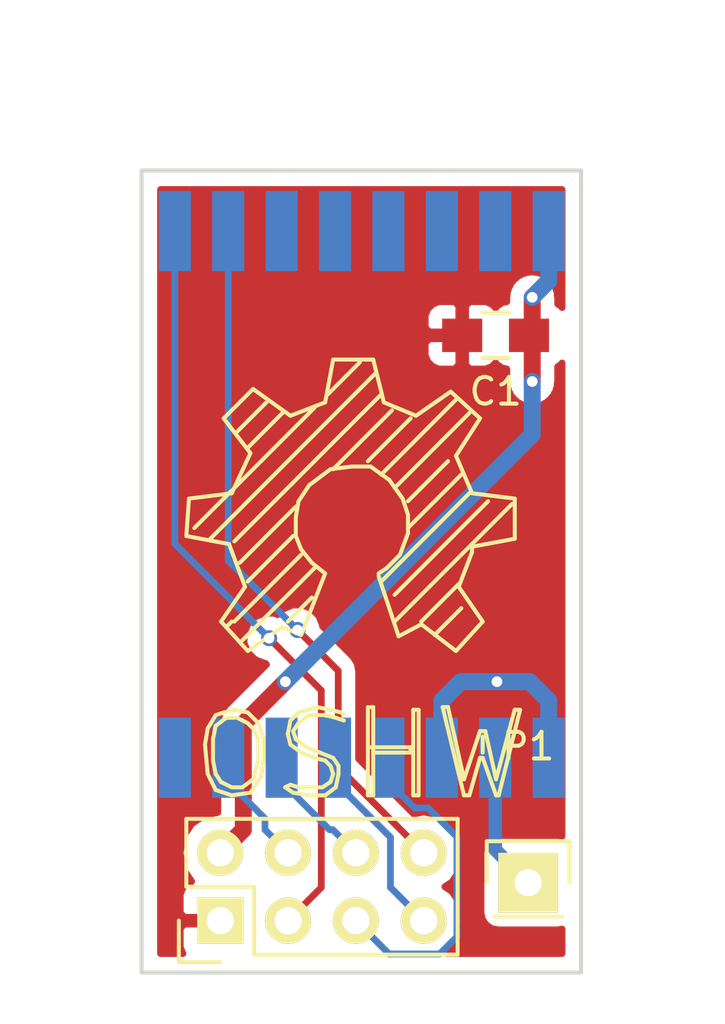
<source format=kicad_pcb>
(kicad_pcb (version 4) (host pcbnew 4.0.1-3.201512221401+6198~38~ubuntu15.10.1-stable)

  (general
    (links 12)
    (no_connects 0)
    (area 11.205538 8.2676 38.768302 52.416601)
    (thickness 1.6)
    (drawings 4)
    (tracks 63)
    (zones 0)
    (modules 5)
    (nets 16)
  )

  (page A4)
  (layers
    (0 F.Cu signal)
    (31 B.Cu signal)
    (32 B.Adhes user)
    (33 F.Adhes user)
    (34 B.Paste user)
    (35 F.Paste user)
    (36 B.SilkS user)
    (37 F.SilkS user)
    (38 B.Mask user)
    (39 F.Mask user)
    (40 Dwgs.User user)
    (41 Cmts.User user)
    (42 Eco1.User user)
    (43 Eco2.User user)
    (44 Edge.Cuts user)
    (45 Margin user)
    (46 B.CrtYd user)
    (47 F.CrtYd user)
    (48 B.Fab user)
    (49 F.Fab user)
  )

  (setup
    (last_trace_width 0.254)
    (trace_clearance 0.254)
    (zone_clearance 0.508)
    (zone_45_only no)
    (trace_min 0.2)
    (segment_width 0.2)
    (edge_width 0.15)
    (via_size 0.6)
    (via_drill 0.4)
    (via_min_size 0.4)
    (via_min_drill 0.3)
    (uvia_size 0.3)
    (uvia_drill 0.1)
    (uvias_allowed no)
    (uvia_min_size 0)
    (uvia_min_drill 0)
    (pcb_text_width 0.3)
    (pcb_text_size 1.5 1.5)
    (mod_edge_width 0.15)
    (mod_text_size 1 1)
    (mod_text_width 0.15)
    (pad_size 1.524 1.524)
    (pad_drill 0.762)
    (pad_to_mask_clearance 0.2)
    (aux_axis_origin 0 0)
    (visible_elements FFFFFF7F)
    (pcbplotparams
      (layerselection 0x030f0_80000001)
      (usegerberextensions false)
      (excludeedgelayer false)
      (linewidth 0.100000)
      (plotframeref false)
      (viasonmask false)
      (mode 1)
      (useauxorigin false)
      (hpglpennumber 1)
      (hpglpenspeed 20)
      (hpglpendiameter 15)
      (hpglpenoverlay 2)
      (psnegative false)
      (psa4output false)
      (plotreference true)
      (plotvalue true)
      (plotinvisibletext false)
      (padsonsilk false)
      (subtractmaskfromsilk true)
      (outputformat 1)
      (mirror false)
      (drillshape 0)
      (scaleselection 1)
      (outputdirectory Manufacturing/))
  )

  (net 0 "")
  (net 1 "Net-(U1-Pad1)")
  (net 2 "Net-(U1-Pad3)")
  (net 3 "Net-(U1-Pad4)")
  (net 4 "Net-(U1-Pad5)")
  (net 5 "Net-(U1-Pad6)")
  (net 6 "Net-(U1-Pad7)")
  (net 7 "Net-(U1-Pad16)")
  (net 8 +3V3)
  (net 9 GND)
  (net 10 "Net-(P1-Pad1)")
  (net 11 /SCK)
  (net 12 /MISO)
  (net 13 /MOSI)
  (net 14 /IRQ)
  (net 15 /CSN)

  (net_class Default "This is the default net class."
    (clearance 0.254)
    (trace_width 0.254)
    (via_dia 0.6)
    (via_drill 0.4)
    (uvia_dia 0.3)
    (uvia_drill 0.1)
    (add_net /CSN)
    (add_net /IRQ)
    (add_net /MISO)
    (add_net /MOSI)
    (add_net /SCK)
    (add_net "Net-(P1-Pad1)")
    (add_net "Net-(U1-Pad1)")
    (add_net "Net-(U1-Pad16)")
    (add_net "Net-(U1-Pad3)")
    (add_net "Net-(U1-Pad4)")
    (add_net "Net-(U1-Pad5)")
    (add_net "Net-(U1-Pad6)")
    (add_net "Net-(U1-Pad7)")
  )

  (net_class Power ""
    (clearance 0.254)
    (trace_width 0.635)
    (via_dia 0.6)
    (via_drill 0.4)
    (uvia_dia 0.3)
    (uvia_drill 0.1)
    (add_net +3V3)
    (add_net GND)
  )

  (module Pin_Headers:Pin_Header_Straight_2x04 (layer F.Cu) (tedit 569FEB7C) (tstamp 56891F67)
    (at 19.658 42.96 90)
    (descr "Through hole pin header")
    (tags "pin header")
    (path /56890916)
    (fp_text reference U2 (at 0 -5.1 90) (layer F.SilkS) hide
      (effects (font (size 1 1) (thickness 0.15)))
    )
    (fp_text value NRF24L01 (at 0 -3.1 90) (layer F.Fab)
      (effects (font (size 1 1) (thickness 0.15)))
    )
    (fp_line (start -1.75 -1.75) (end -1.75 9.4) (layer F.CrtYd) (width 0.05))
    (fp_line (start 4.3 -1.75) (end 4.3 9.4) (layer F.CrtYd) (width 0.05))
    (fp_line (start -1.75 -1.75) (end 4.3 -1.75) (layer F.CrtYd) (width 0.05))
    (fp_line (start -1.75 9.4) (end 4.3 9.4) (layer F.CrtYd) (width 0.05))
    (fp_line (start -1.27 1.27) (end -1.27 8.89) (layer F.SilkS) (width 0.15))
    (fp_line (start -1.27 8.89) (end 3.81 8.89) (layer F.SilkS) (width 0.15))
    (fp_line (start 3.81 8.89) (end 3.81 -1.27) (layer F.SilkS) (width 0.15))
    (fp_line (start 3.81 -1.27) (end 1.27 -1.27) (layer F.SilkS) (width 0.15))
    (fp_line (start 0 -1.55) (end -1.55 -1.55) (layer F.SilkS) (width 0.15))
    (fp_line (start 1.27 -1.27) (end 1.27 1.27) (layer F.SilkS) (width 0.15))
    (fp_line (start 1.27 1.27) (end -1.27 1.27) (layer F.SilkS) (width 0.15))
    (fp_line (start -1.55 -1.55) (end -1.55 0) (layer F.SilkS) (width 0.15))
    (pad 1 thru_hole rect (at 0 0 90) (size 1.7272 1.7272) (drill 1.016) (layers *.Cu *.Mask F.SilkS)
      (net 9 GND))
    (pad 2 thru_hole oval (at 2.54 0 90) (size 1.7272 1.7272) (drill 1.016) (layers *.Cu *.Mask F.SilkS)
      (net 8 +3V3))
    (pad 3 thru_hole oval (at 0 2.54 90) (size 1.7272 1.7272) (drill 1.016) (layers *.Cu *.Mask F.SilkS)
      (net 1 "Net-(U1-Pad1)"))
    (pad 4 thru_hole oval (at 2.54 2.54 90) (size 1.7272 1.7272) (drill 1.016) (layers *.Cu *.Mask F.SilkS)
      (net 15 /CSN))
    (pad 5 thru_hole oval (at 0 5.08 90) (size 1.7272 1.7272) (drill 1.016) (layers *.Cu *.Mask F.SilkS)
      (net 11 /SCK))
    (pad 6 thru_hole oval (at 2.54 5.08 90) (size 1.7272 1.7272) (drill 1.016) (layers *.Cu *.Mask F.SilkS)
      (net 13 /MOSI))
    (pad 7 thru_hole oval (at 0 7.62 90) (size 1.7272 1.7272) (drill 1.016) (layers *.Cu *.Mask F.SilkS)
      (net 12 /MISO))
    (pad 8 thru_hole oval (at 2.54 7.62 90) (size 1.7272 1.7272) (drill 1.016) (layers *.Cu *.Mask F.SilkS)
      (net 14 /IRQ))
    (model Pin_Headers.3dshapes/Pin_Header_Straight_2x04.wrl
      (at (xyz 0.05 -0.15 0))
      (scale (xyz 1 1 1))
      (rotate (xyz 0 0 90))
    )
  )

  (module Capacitors_SMD:C_0805_HandSoldering (layer F.Cu) (tedit 541A9B8D) (tstamp 56891F59)
    (at 29.9704 21.0652 180)
    (descr "Capacitor SMD 0805, hand soldering")
    (tags "capacitor 0805")
    (path /56890840)
    (attr smd)
    (fp_text reference C1 (at 0 -2.1 180) (layer F.SilkS)
      (effects (font (size 1 1) (thickness 0.15)))
    )
    (fp_text value CP (at 0 2.1 180) (layer F.Fab)
      (effects (font (size 1 1) (thickness 0.15)))
    )
    (fp_line (start -2.3 -1) (end 2.3 -1) (layer F.CrtYd) (width 0.05))
    (fp_line (start -2.3 1) (end 2.3 1) (layer F.CrtYd) (width 0.05))
    (fp_line (start -2.3 -1) (end -2.3 1) (layer F.CrtYd) (width 0.05))
    (fp_line (start 2.3 -1) (end 2.3 1) (layer F.CrtYd) (width 0.05))
    (fp_line (start 0.5 -0.85) (end -0.5 -0.85) (layer F.SilkS) (width 0.15))
    (fp_line (start -0.5 0.85) (end 0.5 0.85) (layer F.SilkS) (width 0.15))
    (pad 1 smd rect (at -1.25 0 180) (size 1.5 1.25) (layers F.Cu F.Paste F.Mask)
      (net 8 +3V3))
    (pad 2 smd rect (at 1.25 0 180) (size 1.5 1.25) (layers F.Cu F.Paste F.Mask)
      (net 9 GND))
    (model Capacitors_SMD.3dshapes/C_0805_HandSoldering.wrl
      (at (xyz 0 0 0))
      (scale (xyz 1 1 1))
      (rotate (xyz 0 0 0))
    )
  )

  (module mysensors_radios:RFM69HW_SMD_Handsoldering (layer B.Cu) (tedit 569FEB72) (tstamp 568908C4)
    (at 17.9572 18.564 270)
    (descr RFM69HW)
    (tags "RFM69HW, RF69")
    (path /56890788)
    (fp_text reference U1 (at 0.254 1.778 270) (layer B.SilkS) hide
      (effects (font (size 0.8 0.8) (thickness 0.16)) (justify mirror))
    )
    (fp_text value RFM69HW (at 8.382 -7.112 270) (layer B.Fab) hide
      (effects (font (size 0.8 0.8) (thickness 0.16)) (justify mirror))
    )
    (fp_line (start -3.4 -15) (end 20.3 -15) (layer B.CrtYd) (width 0.15))
    (fp_line (start 20.3 1) (end 20.3 -15) (layer B.CrtYd) (width 0.15))
    (fp_line (start -3.4 1) (end -3.4 -15) (layer B.CrtYd) (width 0.15))
    (fp_line (start -3.4 1) (end 20.3 1) (layer B.CrtYd) (width 0.15))
    (fp_line (start 20.3 1) (end 20.3 -15) (layer F.CrtYd) (width 0.15))
    (fp_line (start -3.4 1) (end -3.4 -15) (layer F.CrtYd) (width 0.15))
    (fp_line (start -3.4 -15) (end 20.3 -15) (layer F.CrtYd) (width 0.15))
    (fp_line (start -3.4 1) (end 20.3 1) (layer F.CrtYd) (width 0.15))
    (pad 1 smd rect (at -1.4 0 270) (size 3 1.2) (layers B.Cu B.Paste B.Mask)
      (net 1 "Net-(U1-Pad1)"))
    (pad 2 smd rect (at -1.4 -2 270) (size 3 1.2) (layers B.Cu B.Paste B.Mask)
      (net 14 /IRQ))
    (pad 3 smd rect (at -1.4 -4 270) (size 3 1.2) (layers B.Cu B.Paste B.Mask)
      (net 2 "Net-(U1-Pad3)"))
    (pad 4 smd rect (at -1.4 -6 270) (size 3 1.2) (layers B.Cu B.Paste B.Mask)
      (net 3 "Net-(U1-Pad4)"))
    (pad 5 smd rect (at -1.4 -8 270) (size 3 1.2) (layers B.Cu B.Paste B.Mask)
      (net 4 "Net-(U1-Pad5)"))
    (pad 6 smd rect (at -1.4 -10 270) (size 3 1.2) (layers B.Cu B.Paste B.Mask)
      (net 5 "Net-(U1-Pad6)"))
    (pad 7 smd rect (at -1.4 -12 270) (size 3 1.2) (layers B.Cu B.Paste B.Mask)
      (net 6 "Net-(U1-Pad7)"))
    (pad 8 smd rect (at -1.4 -14 270) (size 3 1.2) (layers B.Cu B.Paste B.Mask)
      (net 8 +3V3))
    (pad 9 smd rect (at 18.3 -14 270) (size 3 1.2) (layers B.Cu B.Paste B.Mask)
      (net 9 GND))
    (pad 10 smd rect (at 18.3 -12 270) (size 3 1.2) (layers B.Cu B.Paste B.Mask)
      (net 10 "Net-(P1-Pad1)"))
    (pad 11 smd rect (at 18.3 -10 270) (size 3 1.2) (layers B.Cu B.Paste B.Mask)
      (net 9 GND))
    (pad 12 smd rect (at 18.3 -8 270) (size 3 1.2) (layers B.Cu B.Paste B.Mask)
      (net 11 /SCK))
    (pad 13 smd rect (at 18.3 -6 270) (size 3 1.2) (layers B.Cu B.Paste B.Mask)
      (net 12 /MISO))
    (pad 14 smd rect (at 18.3 -4 270) (size 3 1.2) (layers B.Cu B.Paste B.Mask)
      (net 13 /MOSI))
    (pad 15 smd rect (at 18.3 -2 270) (size 3 1.2) (layers B.Cu B.Paste B.Mask)
      (net 15 /CSN))
    (pad 16 smd rect (at 18.3 0 270) (size 3 1.2) (layers B.Cu B.Paste B.Mask)
      (net 7 "Net-(U1-Pad16)"))
    (model mysensors.3dshapes/rfm69hw.wrl
      (at (xyz 0.332 -0.275 0.03))
      (scale (xyz 0.395 0.395 0.395))
      (rotate (xyz 0 0 180))
    )
    (model Crystals_Oscillators_SMD.3dshapes/crystal_FA238-TSX3225.wrl
      (at (xyz 0.332 -0.08 0.06))
      (scale (xyz 0.24 0.24 0.24))
      (rotate (xyz 0 0 90))
    )
    (model Housings_DFN_QFN.3dshapes/QFN-28-1EP_5x5mm_Pitch0.5mm.wrl
      (at (xyz 0.204 -0.445 0.06))
      (scale (xyz 1 1 1))
      (rotate (xyz 0 0 0))
    )
  )

  (module Symbols:Symbol_OSHW-Logo_SilkScreen_BIG (layer F.Cu) (tedit 569FEB60) (tstamp 56A00174)
    (at 24.6872 8.7716)
    (descr "Symbol, OSHW-Logo, Silk Screen, BIG")
    (tags "Symbol, OSHW-Logo, Silk Screen, BIG")
    (fp_text reference REF** (at -0.29972 11.50112) (layer F.SilkS) hide
      (effects (font (size 1 1) (thickness 0.15)))
    )
    (fp_text value Symbol_OSHW-Logo_SilkScreen_BIG (at 0.29972 32.10052) (layer F.Fab)
      (effects (font (size 1 1) (thickness 0.15)))
    )
    (fp_line (start 0.50038 14.00048) (end -5.40004 19.9009) (layer F.SilkS) (width 0.15))
    (fp_line (start -5.10032 18.60042) (end -4.59994 18.10004) (layer F.SilkS) (width 0.15))
    (fp_line (start -0.50038 17.00022) (end -0.8001 17.29994) (layer F.SilkS) (width 0.15))
    (fp_line (start -2.49936 19.99996) (end -2.30124 19.7993) (layer F.SilkS) (width 0.15))
    (fp_line (start -3.50012 15.00124) (end -3.29946 14.80058) (layer F.SilkS) (width 0.15))
    (fp_line (start -4.0005 15.49908) (end -4.39928 15.9004) (layer F.SilkS) (width 0.15))
    (fp_line (start -2.99974 15.49908) (end -2.70002 15.19936) (layer F.SilkS) (width 0.15))
    (fp_line (start -1.99898 15.49908) (end -1.50114 15.00124) (layer F.SilkS) (width 0.15))
    (fp_line (start 0 13.5001) (end 0.20066 13.29944) (layer F.SilkS) (width 0.15))
    (fp_line (start 0.50038 14.00048) (end 0.8001 13.70076) (layer F.SilkS) (width 0.15))
    (fp_line (start 0.50038 15.00124) (end 1.00076 14.50086) (layer F.SilkS) (width 0.15))
    (fp_line (start 1.99898 15.49908) (end 2.10058 15.40002) (layer F.SilkS) (width 0.15))
    (fp_line (start 1.00076 15.49908) (end 1.39954 15.1003) (layer F.SilkS) (width 0.15))
    (fp_line (start 3.50012 15.00124) (end 3.79984 14.69898) (layer F.SilkS) (width 0.15))
    (fp_line (start 4.0005 15.49908) (end 4.30022 15.19936) (layer F.SilkS) (width 0.15))
    (fp_line (start -4.0005 20.50034) (end -4.30022 20.80006) (layer F.SilkS) (width 0.15))
    (fp_line (start -2.49936 18.9992) (end -2.19964 18.69948) (layer F.SilkS) (width 0.15))
    (fp_line (start -4.59994 22.9997) (end -4.8006 23.20036) (layer F.SilkS) (width 0.15))
    (fp_line (start -2.49936 21.00072) (end -1.99898 20.50034) (layer F.SilkS) (width 0.15))
    (fp_line (start -4.0005 23.50008) (end -4.20116 23.70074) (layer F.SilkS) (width 0.15))
    (fp_line (start -1.99898 21.5011) (end -1.50114 21.00072) (layer F.SilkS) (width 0.15))
    (fp_line (start -1.99898 22.49932) (end -1.6002 22.10054) (layer F.SilkS) (width 0.15))
    (fp_line (start 3.50012 18.00098) (end 4.0005 17.5006) (layer F.SilkS) (width 0.15))
    (fp_line (start 4.0005 18.49882) (end 4.30022 18.1991) (layer F.SilkS) (width 0.15))
    (fp_line (start 3.50012 21.99894) (end 3.8989 21.60016) (layer F.SilkS) (width 0.15))
    (fp_line (start 5.4991 18.9992) (end 5.90042 18.60042) (layer F.SilkS) (width 0.15))
    (fp_line (start 4.0005 22.49932) (end 2.99974 23.50008) (layer F.SilkS) (width 0.15))
    (fp_line (start 3.50012 21.99894) (end 2.49936 22.9997) (layer F.SilkS) (width 0.15))
    (fp_line (start 5.4991 18.9992) (end 1.50114 22.9997) (layer F.SilkS) (width 0.15))
    (fp_line (start 5.00126 18.49882) (end 1.50114 21.99894) (layer F.SilkS) (width 0.15))
    (fp_line (start 4.0005 18.49882) (end 1.00076 21.5011) (layer F.SilkS) (width 0.15))
    (fp_line (start -1.99898 22.49932) (end -2.49936 22.9997) (layer F.SilkS) (width 0.15))
    (fp_line (start -1.99898 21.5011) (end -4.0005 23.50008) (layer F.SilkS) (width 0.15))
    (fp_line (start -2.49936 21.00072) (end -4.50088 22.9997) (layer F.SilkS) (width 0.15))
    (fp_line (start -2.49936 19.99996) (end -4.0005 21.5011) (layer F.SilkS) (width 0.15))
    (fp_line (start -2.49936 18.9992) (end -4.0005 20.50034) (layer F.SilkS) (width 0.15))
    (fp_line (start 0 13.5001) (end -1.00076 14.50086) (layer F.SilkS) (width 0.15))
    (fp_line (start -3.50012 15.00124) (end -4.0005 15.49908) (layer F.SilkS) (width 0.15))
    (fp_line (start -2.99974 15.49908) (end -4.0005 16.49984) (layer F.SilkS) (width 0.15))
    (fp_line (start -5.00126 18.49882) (end -5.99948 19.49958) (layer F.SilkS) (width 0.15))
    (fp_line (start -1.99898 15.49908) (end -4.50088 18.00098) (layer F.SilkS) (width 0.15))
    (fp_line (start 0.50038 15.00124) (end -4.50088 19.99996) (layer F.SilkS) (width 0.15))
    (fp_line (start 3.50012 18.00098) (end 1.99898 19.49958) (layer F.SilkS) (width 0.15))
    (fp_line (start 3.50012 17.00022) (end 1.99898 18.49882) (layer F.SilkS) (width 0.15))
    (fp_line (start 1.00076 15.49908) (end -0.50038 17.00022) (layer F.SilkS) (width 0.15))
    (fp_line (start 4.0005 15.49908) (end 1.50114 18.00098) (layer F.SilkS) (width 0.15))
    (fp_line (start 3.50012 15.00124) (end 1.00076 17.5006) (layer F.SilkS) (width 0.15))
    (fp_line (start 1.99898 15.49908) (end 0.50038 17.00022) (layer F.SilkS) (width 0.15))
    (fp_line (start 4.8006 27.29992) (end 4.8006 27.89936) (layer F.SilkS) (width 0.15))
    (fp_line (start 3.29946 26.2001) (end 4.09956 29.49956) (layer F.SilkS) (width 0.15))
    (fp_line (start 4.09956 29.49956) (end 4.30022 29.49956) (layer F.SilkS) (width 0.15))
    (fp_line (start 4.30022 29.49956) (end 4.699 28.10002) (layer F.SilkS) (width 0.15))
    (fp_line (start 4.699 28.10002) (end 4.8006 28.10002) (layer F.SilkS) (width 0.15))
    (fp_line (start 4.8006 28.10002) (end 5.30098 29.49956) (layer F.SilkS) (width 0.15))
    (fp_line (start 5.30098 29.49956) (end 5.40004 29.49956) (layer F.SilkS) (width 0.15))
    (fp_line (start 5.40004 29.49956) (end 6.20014 26.29916) (layer F.SilkS) (width 0.15))
    (fp_line (start 6.20014 26.29916) (end 5.99948 26.29916) (layer F.SilkS) (width 0.15))
    (fp_line (start 5.99948 26.29916) (end 5.30098 28.90012) (layer F.SilkS) (width 0.15))
    (fp_line (start 5.30098 28.90012) (end 4.89966 27.09926) (layer F.SilkS) (width 0.15))
    (fp_line (start 4.89966 27.09926) (end 4.699 27.09926) (layer F.SilkS) (width 0.15))
    (fp_line (start 4.699 27.09926) (end 4.09956 28.90012) (layer F.SilkS) (width 0.15))
    (fp_line (start 4.09956 28.90012) (end 3.50012 26.2001) (layer F.SilkS) (width 0.15))
    (fp_line (start 3.50012 26.2001) (end 3.29946 26.2001) (layer F.SilkS) (width 0.15))
    (fp_line (start 0.59944 27.70124) (end 2.10058 27.70124) (layer F.SilkS) (width 0.15))
    (fp_line (start 2.10058 27.70124) (end 2.10058 27.89936) (layer F.SilkS) (width 0.15))
    (fp_line (start 2.10058 27.89936) (end 0.70104 27.89936) (layer F.SilkS) (width 0.15))
    (fp_line (start 2.19964 26.29916) (end 2.19964 29.49956) (layer F.SilkS) (width 0.15))
    (fp_line (start 2.19964 29.49956) (end 2.4003 29.49956) (layer F.SilkS) (width 0.15))
    (fp_line (start 2.4003 29.49956) (end 2.4003 26.29916) (layer F.SilkS) (width 0.15))
    (fp_line (start 2.4003 26.29916) (end 2.19964 26.29916) (layer F.SilkS) (width 0.15))
    (fp_line (start 0.70104 26.2001) (end 0.59944 26.2001) (layer F.SilkS) (width 0.15))
    (fp_line (start 0.50038 26.2001) (end 0.50038 29.49956) (layer F.SilkS) (width 0.15))
    (fp_line (start 0.50038 29.49956) (end 0.70104 29.49956) (layer F.SilkS) (width 0.15))
    (fp_line (start 0.70104 29.49956) (end 0.70104 26.2001) (layer F.SilkS) (width 0.15))
    (fp_line (start -0.39878 26.49982) (end -0.50038 26.40076) (layer F.SilkS) (width 0.15))
    (fp_line (start -0.50038 26.40076) (end -0.89916 26.29916) (layer F.SilkS) (width 0.15))
    (fp_line (start -0.89916 26.29916) (end -1.39954 26.2001) (layer F.SilkS) (width 0.15))
    (fp_line (start -1.39954 26.2001) (end -2.10058 26.40076) (layer F.SilkS) (width 0.15))
    (fp_line (start -2.10058 26.40076) (end -2.4003 26.70048) (layer F.SilkS) (width 0.15))
    (fp_line (start -2.4003 26.70048) (end -2.49936 27.20086) (layer F.SilkS) (width 0.15))
    (fp_line (start -2.49936 27.20086) (end -2.4003 27.59964) (layer F.SilkS) (width 0.15))
    (fp_line (start -2.4003 27.59964) (end -1.99898 27.89936) (layer F.SilkS) (width 0.15))
    (fp_line (start -1.99898 27.89936) (end -1.50114 28.10002) (layer F.SilkS) (width 0.15))
    (fp_line (start -1.50114 28.10002) (end -1.09982 28.19908) (layer F.SilkS) (width 0.15))
    (fp_line (start -1.09982 28.19908) (end -0.89916 28.39974) (layer F.SilkS) (width 0.15))
    (fp_line (start -0.89916 28.39974) (end -0.8001 28.69946) (layer F.SilkS) (width 0.15))
    (fp_line (start -0.8001 28.69946) (end -0.89916 28.99918) (layer F.SilkS) (width 0.15))
    (fp_line (start -0.89916 28.99918) (end -1.19888 29.19984) (layer F.SilkS) (width 0.15))
    (fp_line (start -1.19888 29.19984) (end -1.6002 29.19984) (layer F.SilkS) (width 0.15))
    (fp_line (start -1.6002 29.19984) (end -2.10058 29.19984) (layer F.SilkS) (width 0.15))
    (fp_line (start -2.10058 29.19984) (end -2.4003 29.10078) (layer F.SilkS) (width 0.15))
    (fp_line (start -2.4003 29.10078) (end -2.60096 29.19984) (layer F.SilkS) (width 0.15))
    (fp_line (start -2.60096 29.19984) (end -2.30124 29.4005) (layer F.SilkS) (width 0.15))
    (fp_line (start -2.30124 29.4005) (end -1.69926 29.49956) (layer F.SilkS) (width 0.15))
    (fp_line (start -1.69926 29.49956) (end -1.09982 29.49956) (layer F.SilkS) (width 0.15))
    (fp_line (start -1.09982 29.49956) (end -0.70104 29.19984) (layer F.SilkS) (width 0.15))
    (fp_line (start -0.70104 29.19984) (end -0.59944 28.69946) (layer F.SilkS) (width 0.15))
    (fp_line (start -0.59944 28.69946) (end -0.59944 28.39974) (layer F.SilkS) (width 0.15))
    (fp_line (start -0.59944 28.39974) (end -0.8001 28.10002) (layer F.SilkS) (width 0.15))
    (fp_line (start -0.8001 28.10002) (end -1.30048 27.89936) (layer F.SilkS) (width 0.15))
    (fp_line (start -1.30048 27.89936) (end -1.80086 27.70124) (layer F.SilkS) (width 0.15))
    (fp_line (start -1.80086 27.70124) (end -2.19964 27.39898) (layer F.SilkS) (width 0.15))
    (fp_line (start -2.19964 27.39898) (end -2.30124 27.09926) (layer F.SilkS) (width 0.15))
    (fp_line (start -2.30124 27.09926) (end -2.10058 26.79954) (layer F.SilkS) (width 0.15))
    (fp_line (start -2.10058 26.79954) (end -1.69926 26.49982) (layer F.SilkS) (width 0.15))
    (fp_line (start -1.69926 26.49982) (end -1.09982 26.49982) (layer F.SilkS) (width 0.15))
    (fp_line (start -1.09982 26.49982) (end -0.70104 26.59888) (layer F.SilkS) (width 0.15))
    (fp_line (start -0.70104 26.59888) (end -0.39878 26.70048) (layer F.SilkS) (width 0.15))
    (fp_line (start -4.50088 26.59888) (end -4.8006 26.59888) (layer F.SilkS) (width 0.15))
    (fp_line (start -4.8006 26.59888) (end -5.19938 26.90114) (layer F.SilkS) (width 0.15))
    (fp_line (start -5.19938 26.90114) (end -5.30098 27.39898) (layer F.SilkS) (width 0.15))
    (fp_line (start -5.30098 27.39898) (end -5.30098 28.19908) (layer F.SilkS) (width 0.15))
    (fp_line (start -5.30098 28.19908) (end -5.19938 28.69946) (layer F.SilkS) (width 0.15))
    (fp_line (start -5.19938 28.69946) (end -5.00126 28.99918) (layer F.SilkS) (width 0.15))
    (fp_line (start -5.00126 28.99918) (end -4.59994 29.19984) (layer F.SilkS) (width 0.15))
    (fp_line (start -4.59994 29.19984) (end -4.20116 29.19984) (layer F.SilkS) (width 0.15))
    (fp_line (start -4.20116 29.19984) (end -3.79984 28.90012) (layer F.SilkS) (width 0.15))
    (fp_line (start -3.79984 28.90012) (end -3.59918 28.19908) (layer F.SilkS) (width 0.15))
    (fp_line (start -3.59918 28.19908) (end -3.59918 27.39898) (layer F.SilkS) (width 0.15))
    (fp_line (start -3.59918 27.39898) (end -3.79984 27.0002) (layer F.SilkS) (width 0.15))
    (fp_line (start -3.79984 27.0002) (end -4.0005 26.79954) (layer F.SilkS) (width 0.15))
    (fp_line (start -4.0005 26.79954) (end -4.39928 26.59888) (layer F.SilkS) (width 0.15))
    (fp_line (start -4.50088 26.29916) (end -4.89966 26.40076) (layer F.SilkS) (width 0.15))
    (fp_line (start -4.89966 26.40076) (end -5.19938 26.49982) (layer F.SilkS) (width 0.15))
    (fp_line (start -5.19938 26.49982) (end -5.4991 27.0002) (layer F.SilkS) (width 0.15))
    (fp_line (start -5.4991 27.0002) (end -5.6007 27.59964) (layer F.SilkS) (width 0.15))
    (fp_line (start -5.6007 27.59964) (end -5.4991 28.69946) (layer F.SilkS) (width 0.15))
    (fp_line (start -5.4991 28.69946) (end -5.19938 29.2989) (layer F.SilkS) (width 0.15))
    (fp_line (start -5.19938 29.2989) (end -4.59994 29.49956) (layer F.SilkS) (width 0.15))
    (fp_line (start -4.59994 29.49956) (end -3.8989 29.4005) (layer F.SilkS) (width 0.15))
    (fp_line (start -3.8989 29.4005) (end -3.50012 28.80106) (layer F.SilkS) (width 0.15))
    (fp_line (start -3.50012 28.80106) (end -3.40106 28.10002) (layer F.SilkS) (width 0.15))
    (fp_line (start -3.40106 28.10002) (end -3.40106 27.39898) (layer F.SilkS) (width 0.15))
    (fp_line (start -3.40106 27.39898) (end -3.59918 26.79954) (layer F.SilkS) (width 0.15))
    (fp_line (start -3.59918 26.79954) (end -4.0005 26.40076) (layer F.SilkS) (width 0.15))
    (fp_line (start -4.0005 26.40076) (end -4.50088 26.29916) (layer F.SilkS) (width 0.15))
    (fp_line (start -1.09982 21.20138) (end -1.6002 20.80006) (layer F.SilkS) (width 0.15))
    (fp_line (start -1.6002 20.80006) (end -1.99898 20.29968) (layer F.SilkS) (width 0.15))
    (fp_line (start -1.99898 20.29968) (end -2.19964 19.7993) (layer F.SilkS) (width 0.15))
    (fp_line (start -2.19964 19.7993) (end -2.19964 19.1008) (layer F.SilkS) (width 0.15))
    (fp_line (start -2.19964 19.1008) (end -2.09804 18.50136) (layer F.SilkS) (width 0.15))
    (fp_line (start -2.09804 18.50136) (end -1.69926 17.89938) (layer F.SilkS) (width 0.15))
    (fp_line (start -1.69926 17.89938) (end -0.89916 17.29994) (layer F.SilkS) (width 0.15))
    (fp_line (start -0.89916 17.29994) (end -0.09906 17.20088) (layer F.SilkS) (width 0.15))
    (fp_line (start -0.09906 17.20088) (end 0.60198 17.20088) (layer F.SilkS) (width 0.15))
    (fp_line (start 0.60198 17.20088) (end 1.30048 17.70126) (layer F.SilkS) (width 0.15))
    (fp_line (start 1.30048 17.70126) (end 1.80086 18.39976) (layer F.SilkS) (width 0.15))
    (fp_line (start 1.80086 18.39976) (end 2.00152 18.9992) (layer F.SilkS) (width 0.15))
    (fp_line (start 2.00152 18.9992) (end 2.00152 19.70024) (layer F.SilkS) (width 0.15))
    (fp_line (start 2.00152 19.70024) (end 1.7018 20.50034) (layer F.SilkS) (width 0.15))
    (fp_line (start 1.7018 20.50034) (end 1.20142 21.00072) (layer F.SilkS) (width 0.15))
    (fp_line (start 1.20142 21.00072) (end 0.9017 21.20138) (layer F.SilkS) (width 0.15))
    (fp_line (start 0.9017 21.30044) (end 1.651 23.55088) (layer F.SilkS) (width 0.15))
    (fp_line (start 1.651 23.55088) (end 2.5019 23.1013) (layer F.SilkS) (width 0.15))
    (fp_line (start 2.5019 23.1013) (end 3.79984 24.09952) (layer F.SilkS) (width 0.15))
    (fp_line (start 3.79984 24.09952) (end 4.8006 22.9997) (layer F.SilkS) (width 0.15))
    (fp_line (start 4.8006 22.9997) (end 3.90144 21.69922) (layer F.SilkS) (width 0.15))
    (fp_line (start 3.90144 21.69922) (end 4.40182 20.40128) (layer F.SilkS) (width 0.15))
    (fp_line (start 4.40182 20.40128) (end 4.40182 20.20062) (layer F.SilkS) (width 0.15))
    (fp_line (start 4.40182 20.20062) (end 6.00202 19.9009) (layer F.SilkS) (width 0.15))
    (fp_line (start 6.00202 19.9009) (end 6.00202 18.39976) (layer F.SilkS) (width 0.15))
    (fp_line (start 6.00202 18.39976) (end 4.40182 18.20164) (layer F.SilkS) (width 0.15))
    (fp_line (start 4.40182 18.20164) (end 3.79984 16.79956) (layer F.SilkS) (width 0.15))
    (fp_line (start 3.79984 16.79956) (end 4.70154 15.40002) (layer F.SilkS) (width 0.15))
    (fp_line (start 4.70154 15.40002) (end 3.60172 14.39926) (layer F.SilkS) (width 0.15))
    (fp_line (start 3.60172 14.39926) (end 2.30124 15.30096) (layer F.SilkS) (width 0.15))
    (fp_line (start 2.30124 15.30096) (end 1.09982 14.80058) (layer F.SilkS) (width 0.15))
    (fp_line (start 1.09982 14.80058) (end 0.70104 13.20038) (layer F.SilkS) (width 0.15))
    (fp_line (start 0.70104 13.20038) (end -0.8001 13.20038) (layer F.SilkS) (width 0.15))
    (fp_line (start -0.8001 13.20038) (end -1.09982 14.80058) (layer F.SilkS) (width 0.15))
    (fp_line (start -1.09982 14.80058) (end -2.4003 15.30096) (layer F.SilkS) (width 0.15))
    (fp_line (start -2.4003 15.30096) (end -3.79984 14.3002) (layer F.SilkS) (width 0.15))
    (fp_line (start -3.79984 14.3002) (end -4.89966 15.40002) (layer F.SilkS) (width 0.15))
    (fp_line (start -4.89966 15.40002) (end -3.8989 16.7005) (layer F.SilkS) (width 0.15))
    (fp_line (start -3.8989 16.7005) (end -4.59994 18.20164) (layer F.SilkS) (width 0.15))
    (fp_line (start -4.59994 18.20164) (end -6.20014 18.39976) (layer F.SilkS) (width 0.15))
    (fp_line (start -6.20014 18.39976) (end -6.2992 19.7993) (layer F.SilkS) (width 0.15))
    (fp_line (start -6.2992 19.7993) (end -4.699 20.10156) (layer F.SilkS) (width 0.15))
    (fp_line (start -4.699 20.10156) (end -4.09956 21.69922) (layer F.SilkS) (width 0.15))
    (fp_line (start -4.09956 21.69922) (end -4.99872 22.9997) (layer F.SilkS) (width 0.15))
    (fp_line (start -4.99872 22.9997) (end -3.99796 24.09952) (layer F.SilkS) (width 0.15))
    (fp_line (start -3.99796 24.09952) (end -2.70002 23.20036) (layer F.SilkS) (width 0.15))
    (fp_line (start -2.70002 23.20036) (end -1.99898 23.50008) (layer F.SilkS) (width 0.15))
    (fp_line (start -1.99898 23.50008) (end -1.09982 21.20138) (layer F.SilkS) (width 0.15))
  )

  (module Pin_Headers:Pin_Header_Straight_1x01 (layer F.Cu) (tedit 54EA08DC) (tstamp 569BF8D5)
    (at 31.1896 41.5376)
    (descr "Through hole pin header")
    (tags "pin header")
    (path /568921A4)
    (fp_text reference P1 (at 0 -5.1) (layer F.SilkS)
      (effects (font (size 1 1) (thickness 0.15)))
    )
    (fp_text value CONN_01X01 (at 0 -3.1) (layer F.Fab)
      (effects (font (size 1 1) (thickness 0.15)))
    )
    (fp_line (start 1.55 -1.55) (end 1.55 0) (layer F.SilkS) (width 0.15))
    (fp_line (start -1.75 -1.75) (end -1.75 1.75) (layer F.CrtYd) (width 0.05))
    (fp_line (start 1.75 -1.75) (end 1.75 1.75) (layer F.CrtYd) (width 0.05))
    (fp_line (start -1.75 -1.75) (end 1.75 -1.75) (layer F.CrtYd) (width 0.05))
    (fp_line (start -1.75 1.75) (end 1.75 1.75) (layer F.CrtYd) (width 0.05))
    (fp_line (start -1.55 0) (end -1.55 -1.55) (layer F.SilkS) (width 0.15))
    (fp_line (start -1.55 -1.55) (end 1.55 -1.55) (layer F.SilkS) (width 0.15))
    (fp_line (start -1.27 1.27) (end 1.27 1.27) (layer F.SilkS) (width 0.15))
    (pad 1 thru_hole rect (at 0 0) (size 2.2352 2.2352) (drill 1.016) (layers *.Cu *.Mask F.SilkS)
      (net 10 "Net-(P1-Pad1)"))
    (model Pin_Headers.3dshapes/Pin_Header_Straight_1x01.wrl
      (at (xyz 0 0 0))
      (scale (xyz 1 1 1))
      (rotate (xyz 0 0 90))
    )
  )

  (gr_line (start 16.7116 14.9) (end 16.7116 44.9) (layer Edge.Cuts) (width 0.15))
  (gr_line (start 33.1708 14.9) (end 16.7116 14.9) (layer Edge.Cuts) (width 0.15))
  (gr_line (start 33.1708 44.9) (end 33.1708 14.9) (layer Edge.Cuts) (width 0.15))
  (gr_line (start 16.7116 44.9) (end 33.1708 44.9) (layer Edge.Cuts) (width 0.15))

  (segment (start 16.1 14.9) (end 16.1 45.4) (width 0.25) (layer Dwgs.User) (net 0))
  (segment (start 33.6 14.9) (end 16.1 14.9) (width 0.25) (layer Dwgs.User) (net 0))
  (segment (start 33.6 44.9) (end 33.6 14.9) (width 0.25) (layer Dwgs.User) (net 0))
  (segment (start 16.7116 44.9) (end 33.6 44.9) (width 0.25) (layer Dwgs.User) (net 0))
  (segment (start 19.4675 45.5635) (end 31.596 45.5635) (width 0.25) (layer Dwgs.User) (net 0))
  (segment (start 21.4868 32.3936) (end 17.9572 28.864) (width 0.254) (layer B.Cu) (net 1))
  (segment (start 17.9572 28.864) (end 17.9572 17.164) (width 0.254) (layer B.Cu) (net 1))
  (segment (start 22.198 42.96) (end 23.442601 41.715399) (width 0.254) (layer F.Cu) (net 1))
  (segment (start 23.442601 34.349401) (end 21.4868 32.3936) (width 0.254) (layer F.Cu) (net 1))
  (segment (start 23.442601 41.715399) (end 23.442601 34.349401) (width 0.254) (layer F.Cu) (net 1))
  (via (at 21.4868 32.3936) (size 0.6) (drill 0.4) (layers F.Cu B.Cu) (net 1))
  (segment (start 31.342 22.7924) (end 31.342 21.1868) (width 0.635) (layer F.Cu) (net 8))
  (segment (start 31.342 21.1868) (end 31.2204 21.0652) (width 0.635) (layer F.Cu) (net 8))
  (segment (start 22.0964 34.0192) (end 31.342 24.7736) (width 0.635) (layer B.Cu) (net 8))
  (via (at 31.342 22.7924) (size 0.6) (drill 0.4) (layers F.Cu B.Cu) (net 8))
  (segment (start 31.342 24.7736) (end 31.342 22.7924) (width 0.635) (layer B.Cu) (net 8))
  (segment (start 20.521599 35.594001) (end 22.0964 34.0192) (width 0.635) (layer F.Cu) (net 8))
  (via (at 22.0964 34.0192) (size 0.6) (drill 0.4) (layers F.Cu B.Cu) (net 8))
  (segment (start 19.658 40.42) (end 20.521599 39.556401) (width 0.635) (layer F.Cu) (net 8))
  (segment (start 20.521599 39.556401) (end 20.521599 35.594001) (width 0.635) (layer F.Cu) (net 8))
  (segment (start 31.342 19.6428) (end 31.342 20.9436) (width 0.635) (layer F.Cu) (net 8))
  (segment (start 31.342 20.9436) (end 31.2204 21.0652) (width 0.635) (layer F.Cu) (net 8))
  (segment (start 31.9572 17.164) (end 31.9572 19.0276) (width 0.635) (layer B.Cu) (net 8))
  (segment (start 31.9572 19.0276) (end 31.342 19.6428) (width 0.635) (layer B.Cu) (net 8))
  (via (at 31.342 19.6428) (size 0.6) (drill 0.4) (layers F.Cu B.Cu) (net 8))
  (segment (start 27.9572 36.864) (end 27.9572 34.729) (width 0.635) (layer B.Cu) (net 9))
  (segment (start 27.9572 34.729) (end 28.667 34.0192) (width 0.635) (layer B.Cu) (net 9))
  (segment (start 28.667 34.0192) (end 29.596936 34.0192) (width 0.635) (layer B.Cu) (net 9))
  (segment (start 29.596936 34.0192) (end 30.0212 34.0192) (width 0.635) (layer B.Cu) (net 9))
  (segment (start 31.2474 34.0192) (end 30.0212 34.0192) (width 0.635) (layer B.Cu) (net 9))
  (via (at 30.0212 34.0192) (size 0.6) (drill 0.4) (layers F.Cu B.Cu) (net 9))
  (segment (start 31.9572 36.864) (end 31.9572 34.729) (width 0.635) (layer B.Cu) (net 9))
  (segment (start 31.9572 34.729) (end 31.2474 34.0192) (width 0.635) (layer B.Cu) (net 9))
  (segment (start 29.9572 36.864) (end 29.9572 40.3052) (width 0.508) (layer B.Cu) (net 10))
  (segment (start 29.9572 40.3052) (end 31.1896 41.5376) (width 0.508) (layer B.Cu) (net 10))
  (segment (start 24.738 42.96) (end 25.982601 44.204601) (width 0.254) (layer B.Cu) (net 11))
  (segment (start 27.445011 38.745001) (end 26.938201 38.745001) (width 0.254) (layer B.Cu) (net 11))
  (segment (start 25.982601 44.204601) (end 27.875409 44.204601) (width 0.254) (layer B.Cu) (net 11))
  (segment (start 27.875409 44.204601) (end 28.522601 43.557409) (width 0.254) (layer B.Cu) (net 11))
  (segment (start 28.522601 43.557409) (end 28.522601 39.822591) (width 0.254) (layer B.Cu) (net 11))
  (segment (start 28.522601 39.822591) (end 27.445011 38.745001) (width 0.254) (layer B.Cu) (net 11))
  (segment (start 26.938201 38.745001) (end 25.9572 37.764) (width 0.254) (layer B.Cu) (net 11))
  (segment (start 25.9572 37.764) (end 25.9572 36.864) (width 0.254) (layer B.Cu) (net 11))
  (segment (start 23.9572 36.864) (end 23.9572 37.764) (width 0.254) (layer B.Cu) (net 12))
  (segment (start 23.9572 37.764) (end 26.033399 39.840199) (width 0.254) (layer B.Cu) (net 12))
  (segment (start 26.033399 39.840199) (end 26.033399 41.715399) (width 0.254) (layer B.Cu) (net 12))
  (segment (start 26.033399 41.715399) (end 26.414401 42.096401) (width 0.254) (layer B.Cu) (net 12))
  (segment (start 26.414401 42.096401) (end 27.278 42.96) (width 0.254) (layer B.Cu) (net 12))
  (segment (start 24.738 40.42) (end 23.874401 39.556401) (width 0.254) (layer B.Cu) (net 13))
  (segment (start 23.874401 39.556401) (end 23.749601 39.556401) (width 0.254) (layer B.Cu) (net 13))
  (segment (start 23.749601 39.556401) (end 21.9572 37.764) (width 0.254) (layer B.Cu) (net 13))
  (segment (start 21.9572 37.764) (end 21.9572 36.864) (width 0.254) (layer B.Cu) (net 13))
  (segment (start 22.5536 32.0888) (end 24.0776 33.6128) (width 0.254) (layer F.Cu) (net 14))
  (segment (start 24.0776 33.6128) (end 24.0776 37.2196) (width 0.254) (layer F.Cu) (net 14))
  (segment (start 24.0776 37.2196) (end 26.262 39.404) (width 0.254) (layer F.Cu) (net 14))
  (segment (start 26.262 39.404) (end 27.278 40.42) (width 0.254) (layer F.Cu) (net 14))
  (segment (start 19.9572 17.164) (end 19.9572 29.4924) (width 0.254) (layer B.Cu) (net 14))
  (segment (start 19.9572 29.4924) (end 22.5536 32.0888) (width 0.254) (layer B.Cu) (net 14))
  (via (at 22.5536 32.0888) (size 0.6) (drill 0.4) (layers F.Cu B.Cu) (net 14))
  (segment (start 22.198 40.42) (end 21.334401 39.556401) (width 0.254) (layer B.Cu) (net 15))
  (segment (start 19.9572 37.764) (end 19.9572 36.864) (width 0.254) (layer B.Cu) (net 15))
  (segment (start 21.334401 39.556401) (end 21.334401 39.141201) (width 0.254) (layer B.Cu) (net 15))
  (segment (start 21.334401 39.141201) (end 19.9572 37.764) (width 0.254) (layer B.Cu) (net 15))

  (zone (net 9) (net_name GND) (layer F.Cu) (tstamp 0) (hatch edge 0.508)
    (connect_pads (clearance 0.508))
    (min_thickness 0.254)
    (fill yes (arc_segments 16) (thermal_gap 0.508) (thermal_bridge_width 0.508))
    (polygon
      (pts
        (xy 16.7 14.9) (xy 33.2 14.9) (xy 33.2 44.9) (xy 16.7 44.9)
      )
    )
    (filled_polygon
      (pts
        (xy 32.4608 20.029646) (xy 32.43449 19.988759) (xy 32.2945 19.893108) (xy 32.2945 19.6428) (xy 32.277077 19.555209)
        (xy 32.277162 19.457633) (xy 32.239572 19.366657) (xy 32.221995 19.278294) (xy 32.172379 19.204039) (xy 32.135117 19.113857)
        (xy 32.065572 19.04419) (xy 32.015519 18.969281) (xy 31.941264 18.919665) (xy 31.872327 18.850608) (xy 31.781416 18.812858)
        (xy 31.706506 18.762805) (xy 31.618917 18.745382) (xy 31.528799 18.707962) (xy 31.430362 18.707876) (xy 31.342 18.6903)
        (xy 31.254409 18.707723) (xy 31.156833 18.707638) (xy 31.065857 18.745228) (xy 30.977494 18.762805) (xy 30.903239 18.812421)
        (xy 30.813057 18.849683) (xy 30.74339 18.919228) (xy 30.668481 18.969281) (xy 30.618865 19.043536) (xy 30.549808 19.112473)
        (xy 30.512058 19.203384) (xy 30.462005 19.278294) (xy 30.444582 19.365883) (xy 30.407162 19.456001) (xy 30.407076 19.554438)
        (xy 30.3895 19.6428) (xy 30.3895 19.807982) (xy 30.235083 19.837038) (xy 30.018959 19.97611) (xy 29.972431 20.044206)
        (xy 29.830098 19.901873) (xy 29.596709 19.8052) (xy 29.00615 19.8052) (xy 28.8474 19.96395) (xy 28.8474 20.9382)
        (xy 28.8674 20.9382) (xy 28.8674 21.1922) (xy 28.8474 21.1922) (xy 28.8474 22.16645) (xy 29.00615 22.3252)
        (xy 29.596709 22.3252) (xy 29.830098 22.228527) (xy 29.971336 22.08729) (xy 30.00631 22.141641) (xy 30.21851 22.286631)
        (xy 30.3895 22.321257) (xy 30.3895 22.7924) (xy 30.406923 22.879991) (xy 30.406838 22.977567) (xy 30.444428 23.068543)
        (xy 30.462005 23.156906) (xy 30.511621 23.231161) (xy 30.548883 23.321343) (xy 30.618428 23.39101) (xy 30.668481 23.465919)
        (xy 30.742736 23.515535) (xy 30.811673 23.584592) (xy 30.902584 23.622342) (xy 30.977494 23.672395) (xy 31.065083 23.689818)
        (xy 31.155201 23.727238) (xy 31.253638 23.727324) (xy 31.342 23.7449) (xy 31.429591 23.727477) (xy 31.527167 23.727562)
        (xy 31.618143 23.689972) (xy 31.706506 23.672395) (xy 31.780761 23.622779) (xy 31.870943 23.585517) (xy 31.94061 23.515972)
        (xy 32.015519 23.465919) (xy 32.065135 23.391664) (xy 32.134192 23.322727) (xy 32.171942 23.231816) (xy 32.221995 23.156906)
        (xy 32.239418 23.069317) (xy 32.276838 22.979199) (xy 32.276924 22.880762) (xy 32.2945 22.7924) (xy 32.2945 22.236232)
        (xy 32.421841 22.15429) (xy 32.4608 22.097272) (xy 32.4608 39.803665) (xy 32.3072 39.77256) (xy 30.072 39.77256)
        (xy 29.836683 39.816838) (xy 29.620559 39.95591) (xy 29.475569 40.16811) (xy 29.42456 40.42) (xy 29.42456 42.6552)
        (xy 29.468838 42.890517) (xy 29.60791 43.106641) (xy 29.82011 43.251631) (xy 30.072 43.30264) (xy 32.3072 43.30264)
        (xy 32.4608 43.273738) (xy 32.4608 44.19) (xy 28.126692 44.19) (xy 28.33767 44.049029) (xy 28.662526 43.562848)
        (xy 28.7766 42.989359) (xy 28.7766 42.930641) (xy 28.662526 42.357152) (xy 28.33767 41.870971) (xy 28.066828 41.69)
        (xy 28.33767 41.509029) (xy 28.662526 41.022848) (xy 28.7766 40.449359) (xy 28.7766 40.390641) (xy 28.662526 39.817152)
        (xy 28.33767 39.330971) (xy 27.851489 39.006115) (xy 27.278 38.892041) (xy 26.902385 38.966755) (xy 24.8396 36.90397)
        (xy 24.8396 33.6128) (xy 24.781596 33.321195) (xy 24.718044 33.226083) (xy 24.616415 33.073984) (xy 23.488725 31.946295)
        (xy 23.488762 31.903633) (xy 23.346717 31.559857) (xy 23.083927 31.296608) (xy 22.740399 31.153962) (xy 22.368433 31.153638)
        (xy 22.024657 31.295683) (xy 21.806155 31.513804) (xy 21.673599 31.458762) (xy 21.301633 31.458438) (xy 20.957857 31.600483)
        (xy 20.694608 31.863273) (xy 20.551962 32.206801) (xy 20.551638 32.578767) (xy 20.693683 32.922543) (xy 20.956473 33.185792)
        (xy 21.300001 33.328438) (xy 21.344046 33.328476) (xy 21.392066 33.376496) (xy 19.84808 34.920482) (xy 19.641604 35.229495)
        (xy 19.569099 35.594001) (xy 19.569099 38.909724) (xy 19.084511 39.006115) (xy 18.59833 39.330971) (xy 18.273474 39.817152)
        (xy 18.1594 40.390641) (xy 18.1594 40.449359) (xy 18.273474 41.022848) (xy 18.588526 41.494356) (xy 18.434701 41.558073)
        (xy 18.256073 41.736702) (xy 18.1594 41.970091) (xy 18.1594 42.67425) (xy 18.31815 42.833) (xy 19.531 42.833)
        (xy 19.531 42.813) (xy 19.785 42.813) (xy 19.785 42.833) (xy 19.805 42.833) (xy 19.805 43.087)
        (xy 19.785 43.087) (xy 19.785 43.107) (xy 19.531 43.107) (xy 19.531 43.087) (xy 18.31815 43.087)
        (xy 18.1594 43.24575) (xy 18.1594 43.949909) (xy 18.256073 44.183298) (xy 18.262775 44.19) (xy 17.4216 44.19)
        (xy 17.4216 21.35095) (xy 27.3354 21.35095) (xy 27.3354 21.81651) (xy 27.432073 22.049899) (xy 27.610702 22.228527)
        (xy 27.844091 22.3252) (xy 28.43465 22.3252) (xy 28.5934 22.16645) (xy 28.5934 21.1922) (xy 27.49415 21.1922)
        (xy 27.3354 21.35095) (xy 17.4216 21.35095) (xy 17.4216 20.31389) (xy 27.3354 20.31389) (xy 27.3354 20.77945)
        (xy 27.49415 20.9382) (xy 28.5934 20.9382) (xy 28.5934 19.96395) (xy 28.43465 19.8052) (xy 27.844091 19.8052)
        (xy 27.610702 19.901873) (xy 27.432073 20.080501) (xy 27.3354 20.31389) (xy 17.4216 20.31389) (xy 17.4216 15.61)
        (xy 32.4608 15.61)
      )
    )
  )
)

</source>
